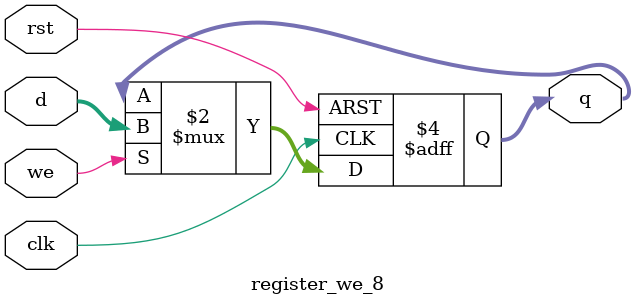
<source format=v>
module register_we_8 ( // pwm
    input        clk,
    input        rst,          
    input        we,
    input  [7:0] d,
    output reg [7:0] q
);
    always @(posedge clk or posedge rst) begin
        if (rst)
            q <= 8'b0;
        else if (we)
            q <= d;
    end
endmodule

</source>
